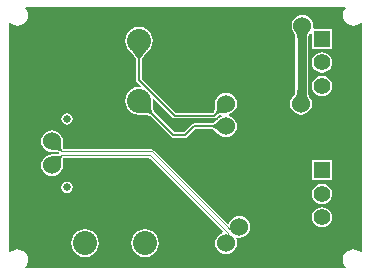
<source format=gbl>
G04*
G04 #@! TF.GenerationSoftware,Altium Limited,Altium Designer,22.0.2 (36)*
G04*
G04 Layer_Physical_Order=2*
G04 Layer_Color=16711680*
%FSLAX24Y24*%
%MOIN*%
G70*
G04*
G04 #@! TF.SameCoordinates,46051EB8-178F-4A71-8072-0C991FAB0142*
G04*
G04*
G04 #@! TF.FilePolarity,Positive*
G04*
G01*
G75*
%ADD10C,0.0060*%
%ADD34C,0.0300*%
%ADD36C,0.0040*%
%ADD37C,0.0800*%
%ADD38C,0.0600*%
%ADD39C,0.0551*%
%ADD40R,0.0551X0.0551*%
%ADD41C,0.0256*%
%ADD42O,0.0709X0.0394*%
%ADD43O,0.0827X0.0394*%
G36*
X11346Y8788D02*
X11298Y8725D01*
X11263Y8640D01*
X11251Y8550D01*
X11263Y8460D01*
X11298Y8375D01*
X11353Y8303D01*
X11425Y8248D01*
X11510Y8213D01*
X11600Y8201D01*
X11690Y8213D01*
X11775Y8248D01*
X11838Y8296D01*
X11888Y8282D01*
Y668D01*
X11838Y654D01*
X11775Y702D01*
X11690Y737D01*
X11600Y749D01*
X11510Y737D01*
X11425Y702D01*
X11353Y647D01*
X11298Y575D01*
X11263Y490D01*
X11251Y400D01*
X11263Y310D01*
X11298Y225D01*
X11349Y159D01*
X11337Y109D01*
X663D01*
X651Y159D01*
X702Y225D01*
X737Y310D01*
X749Y400D01*
X737Y490D01*
X702Y575D01*
X647Y647D01*
X575Y702D01*
X490Y737D01*
X400Y749D01*
X310Y737D01*
X225Y702D01*
X162Y654D01*
X112Y668D01*
Y8282D01*
X162Y8296D01*
X225Y8248D01*
X310Y8213D01*
X400Y8201D01*
X490Y8213D01*
X575Y8248D01*
X647Y8303D01*
X702Y8375D01*
X737Y8460D01*
X749Y8550D01*
X737Y8640D01*
X702Y8725D01*
X654Y8788D01*
X668Y8838D01*
X11332D01*
X11346Y8788D01*
D02*
G37*
%LPC*%
G36*
X9900Y8563D02*
X9806Y8551D01*
X9718Y8514D01*
X9643Y8457D01*
X9586Y8382D01*
X9549Y8294D01*
X9537Y8200D01*
X9549Y8106D01*
X9586Y8018D01*
X9618Y7976D01*
X9621Y7965D01*
X9629Y7955D01*
X9634Y7946D01*
X9639Y7934D01*
X9644Y7919D01*
X9649Y7902D01*
X9653Y7882D01*
X9656Y7860D01*
X9660Y7806D01*
X9660Y7775D01*
X9661Y7773D01*
Y6060D01*
X9661Y6059D01*
X9661Y6058D01*
Y6056D01*
X9660Y6054D01*
X9660Y6024D01*
X9658Y5997D01*
X9655Y5973D01*
X9651Y5951D01*
X9647Y5933D01*
X9641Y5917D01*
X9635Y5905D01*
X9629Y5895D01*
X9623Y5887D01*
X9614Y5878D01*
X9610Y5870D01*
X9593Y5857D01*
X9536Y5782D01*
X9499Y5694D01*
X9487Y5600D01*
X9499Y5506D01*
X9536Y5418D01*
X9593Y5343D01*
X9668Y5286D01*
X9756Y5249D01*
X9850Y5237D01*
X9944Y5249D01*
X10032Y5286D01*
X10107Y5343D01*
X10164Y5418D01*
X10201Y5506D01*
X10213Y5600D01*
X10201Y5694D01*
X10164Y5782D01*
X10132Y5824D01*
X10129Y5835D01*
X10122Y5845D01*
X10117Y5854D01*
X10111Y5865D01*
X10106Y5880D01*
X10102Y5897D01*
X10098Y5917D01*
X10095Y5939D01*
X10091Y5994D01*
X10090Y6024D01*
X10090Y6026D01*
Y7740D01*
X10090Y7741D01*
X10090Y7743D01*
Y7744D01*
X10090Y7746D01*
X10091Y7777D01*
X10093Y7804D01*
X10096Y7828D01*
X10100Y7849D01*
X10104Y7868D01*
X10110Y7883D01*
X10115Y7896D01*
X10121Y7906D01*
X10127Y7913D01*
X10137Y7922D01*
X10140Y7931D01*
X10157Y7943D01*
X10165Y7953D01*
X10215Y7936D01*
Y7426D01*
X10885D01*
Y8098D01*
X10299D01*
X10256Y8148D01*
X10263Y8200D01*
X10251Y8294D01*
X10214Y8382D01*
X10157Y8457D01*
X10082Y8514D01*
X9994Y8551D01*
X9900Y8563D01*
D02*
G37*
G36*
X10550Y7313D02*
X10462Y7302D01*
X10381Y7268D01*
X10311Y7214D01*
X10257Y7144D01*
X10223Y7063D01*
X10212Y6975D01*
X10223Y6887D01*
X10257Y6806D01*
X10311Y6736D01*
X10381Y6682D01*
X10462Y6648D01*
X10550Y6637D01*
X10638Y6648D01*
X10719Y6682D01*
X10789Y6736D01*
X10843Y6806D01*
X10877Y6887D01*
X10888Y6975D01*
X10877Y7063D01*
X10843Y7144D01*
X10789Y7214D01*
X10719Y7268D01*
X10638Y7302D01*
X10550Y7313D01*
D02*
G37*
G36*
X4450Y8164D02*
X4330Y8148D01*
X4218Y8102D01*
X4122Y8028D01*
X4048Y7932D01*
X4002Y7820D01*
X3986Y7700D01*
X4002Y7580D01*
X4048Y7468D01*
X4122Y7372D01*
X4122Y7372D01*
X4123Y7369D01*
X4212Y7278D01*
X4279Y7200D01*
X4304Y7166D01*
X4325Y7136D01*
X4339Y7109D01*
X4349Y7088D01*
X4354Y7071D01*
X4355Y7054D01*
X4358Y7049D01*
Y6400D01*
X4365Y6365D01*
X4385Y6335D01*
X4514Y6206D01*
X4491Y6159D01*
X4450Y6164D01*
X4330Y6148D01*
X4218Y6102D01*
X4122Y6028D01*
X4048Y5932D01*
X4002Y5820D01*
X3986Y5700D01*
X4002Y5580D01*
X4048Y5468D01*
X4122Y5372D01*
X4218Y5298D01*
X4330Y5252D01*
X4450Y5236D01*
X4451Y5236D01*
X4453Y5235D01*
X4580Y5233D01*
X4683Y5225D01*
X4725Y5220D01*
X4760Y5212D01*
X4789Y5204D01*
X4811Y5195D01*
X4826Y5187D01*
X4840Y5176D01*
X4845Y5175D01*
X5535Y4485D01*
X5565Y4465D01*
X5600Y4458D01*
X6000D01*
X6035Y4465D01*
X6065Y4485D01*
X6338Y4758D01*
X6860D01*
X6865Y4755D01*
X6878Y4754D01*
X6889Y4751D01*
X6905Y4745D01*
X6923Y4735D01*
X6945Y4721D01*
X6968Y4704D01*
X7057Y4627D01*
X7090Y4594D01*
X7095Y4592D01*
X7168Y4536D01*
X7256Y4499D01*
X7350Y4487D01*
X7444Y4499D01*
X7532Y4536D01*
X7607Y4593D01*
X7664Y4668D01*
X7701Y4756D01*
X7713Y4850D01*
X7701Y4944D01*
X7664Y5032D01*
X7607Y5107D01*
X7532Y5164D01*
X7454Y5196D01*
X7449Y5225D01*
X7454Y5254D01*
X7532Y5286D01*
X7607Y5343D01*
X7664Y5418D01*
X7701Y5506D01*
X7713Y5600D01*
X7701Y5694D01*
X7664Y5782D01*
X7607Y5857D01*
X7532Y5914D01*
X7444Y5951D01*
X7350Y5963D01*
X7256Y5951D01*
X7168Y5914D01*
X7093Y5857D01*
X7036Y5782D01*
X6999Y5694D01*
X6987Y5602D01*
X6985Y5597D01*
X6985Y5550D01*
X6984Y5508D01*
X6977Y5434D01*
X6973Y5405D01*
X6967Y5380D01*
X6961Y5359D01*
X6954Y5344D01*
X6949Y5334D01*
X6940Y5324D01*
X6938Y5318D01*
X6912Y5292D01*
X5688D01*
X4542Y6438D01*
Y7049D01*
X4545Y7054D01*
X4546Y7071D01*
X4551Y7088D01*
X4561Y7109D01*
X4575Y7136D01*
X4596Y7166D01*
X4620Y7199D01*
X4730Y7322D01*
X4776Y7368D01*
X4777Y7371D01*
X4778Y7372D01*
X4852Y7468D01*
X4898Y7580D01*
X4914Y7700D01*
X4898Y7820D01*
X4852Y7932D01*
X4778Y8028D01*
X4682Y8102D01*
X4570Y8148D01*
X4450Y8164D01*
D02*
G37*
G36*
X10550Y6525D02*
X10462Y6514D01*
X10381Y6480D01*
X10311Y6426D01*
X10257Y6356D01*
X10223Y6275D01*
X10212Y6187D01*
X10223Y6099D01*
X10257Y6018D01*
X10311Y5948D01*
X10381Y5894D01*
X10462Y5860D01*
X10550Y5849D01*
X10638Y5860D01*
X10719Y5894D01*
X10789Y5948D01*
X10843Y6018D01*
X10877Y6099D01*
X10888Y6187D01*
X10877Y6275D01*
X10843Y6356D01*
X10789Y6426D01*
X10719Y6480D01*
X10638Y6514D01*
X10550Y6525D01*
D02*
G37*
G36*
X2057Y5279D02*
X1984Y5265D01*
X1921Y5223D01*
X1880Y5161D01*
X1865Y5088D01*
X1880Y5014D01*
X1921Y4952D01*
X1984Y4911D01*
X2057Y4896D01*
X2130Y4911D01*
X2192Y4952D01*
X2234Y5014D01*
X2249Y5088D01*
X2234Y5161D01*
X2192Y5223D01*
X2130Y5265D01*
X2057Y5279D01*
D02*
G37*
G36*
X1550Y4713D02*
X1456Y4701D01*
X1368Y4664D01*
X1293Y4607D01*
X1236Y4532D01*
X1199Y4444D01*
X1187Y4350D01*
X1199Y4256D01*
X1236Y4168D01*
X1293Y4093D01*
X1368Y4036D01*
X1456Y3999D01*
X1550Y3987D01*
X1557Y3988D01*
X1563Y3985D01*
X1564Y3986D01*
X1565Y3985D01*
X1612Y3987D01*
X1653Y3987D01*
X1725Y3983D01*
X1753Y3979D01*
X1771Y3976D01*
X1775Y3950D01*
X1771Y3924D01*
X1753Y3921D01*
X1726Y3917D01*
X1611Y3913D01*
X1565Y3915D01*
X1564Y3914D01*
X1563Y3915D01*
X1557Y3912D01*
X1550Y3913D01*
X1456Y3901D01*
X1368Y3864D01*
X1293Y3807D01*
X1236Y3732D01*
X1199Y3644D01*
X1187Y3550D01*
X1199Y3456D01*
X1236Y3368D01*
X1293Y3293D01*
X1368Y3236D01*
X1456Y3199D01*
X1550Y3187D01*
X1644Y3199D01*
X1732Y3236D01*
X1807Y3293D01*
X1864Y3368D01*
X1901Y3456D01*
X1913Y3550D01*
X1912Y3557D01*
X1915Y3563D01*
X1914Y3564D01*
X1915Y3565D01*
X1913Y3612D01*
X1913Y3653D01*
X1917Y3725D01*
X1921Y3753D01*
X1926Y3778D01*
X1931Y3797D01*
X1934Y3803D01*
X4781D01*
X7238Y1347D01*
X7226Y1288D01*
X7168Y1264D01*
X7093Y1207D01*
X7036Y1132D01*
X6999Y1044D01*
X6987Y950D01*
X6999Y856D01*
X7036Y768D01*
X7093Y693D01*
X7168Y636D01*
X7256Y599D01*
X7350Y587D01*
X7444Y599D01*
X7532Y636D01*
X7607Y693D01*
X7664Y768D01*
X7701Y856D01*
X7713Y950D01*
X7701Y1044D01*
X7674Y1108D01*
X7696Y1136D01*
X7712Y1149D01*
X7800Y1137D01*
X7894Y1149D01*
X7982Y1186D01*
X8057Y1243D01*
X8114Y1318D01*
X8151Y1406D01*
X8163Y1500D01*
X8151Y1594D01*
X8114Y1682D01*
X8057Y1757D01*
X7982Y1814D01*
X7894Y1851D01*
X7800Y1863D01*
X7706Y1851D01*
X7618Y1814D01*
X7543Y1757D01*
X7486Y1682D01*
X7457Y1613D01*
X7403Y1596D01*
X4927Y4073D01*
X4900Y4090D01*
X4869Y4097D01*
X4869Y4097D01*
X1934D01*
X1931Y4103D01*
X1926Y4122D01*
X1921Y4147D01*
X1917Y4174D01*
X1913Y4289D01*
X1915Y4335D01*
X1914Y4336D01*
X1915Y4337D01*
X1912Y4343D01*
X1913Y4350D01*
X1901Y4444D01*
X1864Y4532D01*
X1807Y4607D01*
X1732Y4664D01*
X1644Y4701D01*
X1550Y4713D01*
D02*
G37*
G36*
X10885Y3722D02*
X10215D01*
Y3052D01*
X10885D01*
Y3722D01*
D02*
G37*
G36*
X2057Y3004D02*
X1984Y2989D01*
X1921Y2948D01*
X1880Y2886D01*
X1865Y2812D01*
X1880Y2739D01*
X1921Y2677D01*
X1984Y2635D01*
X2057Y2621D01*
X2130Y2635D01*
X2192Y2677D01*
X2234Y2739D01*
X2249Y2812D01*
X2234Y2886D01*
X2192Y2948D01*
X2130Y2989D01*
X2057Y3004D01*
D02*
G37*
G36*
X10550Y2938D02*
X10462Y2927D01*
X10381Y2893D01*
X10311Y2839D01*
X10257Y2769D01*
X10223Y2688D01*
X10212Y2600D01*
X10223Y2512D01*
X10257Y2431D01*
X10311Y2361D01*
X10381Y2307D01*
X10462Y2273D01*
X10550Y2262D01*
X10638Y2273D01*
X10719Y2307D01*
X10789Y2361D01*
X10843Y2431D01*
X10877Y2512D01*
X10888Y2600D01*
X10877Y2688D01*
X10843Y2769D01*
X10789Y2839D01*
X10719Y2893D01*
X10638Y2927D01*
X10550Y2938D01*
D02*
G37*
G36*
Y2150D02*
X10462Y2139D01*
X10381Y2105D01*
X10311Y2051D01*
X10257Y1981D01*
X10223Y1900D01*
X10212Y1812D01*
X10223Y1724D01*
X10257Y1643D01*
X10311Y1573D01*
X10381Y1519D01*
X10462Y1485D01*
X10550Y1474D01*
X10638Y1485D01*
X10719Y1519D01*
X10789Y1573D01*
X10843Y1643D01*
X10877Y1724D01*
X10888Y1812D01*
X10877Y1900D01*
X10843Y1981D01*
X10789Y2051D01*
X10719Y2105D01*
X10638Y2139D01*
X10550Y2150D01*
D02*
G37*
G36*
X4650Y1414D02*
X4530Y1398D01*
X4418Y1352D01*
X4322Y1278D01*
X4248Y1182D01*
X4202Y1070D01*
X4186Y950D01*
X4202Y830D01*
X4248Y718D01*
X4322Y622D01*
X4418Y548D01*
X4530Y502D01*
X4650Y486D01*
X4770Y502D01*
X4882Y548D01*
X4978Y622D01*
X5052Y718D01*
X5098Y830D01*
X5114Y950D01*
X5098Y1070D01*
X5052Y1182D01*
X4978Y1278D01*
X4882Y1352D01*
X4770Y1398D01*
X4650Y1414D01*
D02*
G37*
G36*
X2650D02*
X2530Y1398D01*
X2418Y1352D01*
X2322Y1278D01*
X2248Y1182D01*
X2202Y1070D01*
X2186Y950D01*
X2202Y830D01*
X2248Y718D01*
X2322Y622D01*
X2418Y548D01*
X2530Y502D01*
X2650Y486D01*
X2770Y502D01*
X2882Y548D01*
X2978Y622D01*
X3052Y718D01*
X3098Y830D01*
X3114Y950D01*
X3098Y1070D01*
X3052Y1182D01*
X2978Y1278D01*
X2882Y1352D01*
X2770Y1398D01*
X2650Y1414D01*
D02*
G37*
%LPD*%
G36*
X10092Y7969D02*
X10079Y7957D01*
X10068Y7943D01*
X10058Y7926D01*
X10049Y7907D01*
X10042Y7886D01*
X10036Y7863D01*
X10031Y7837D01*
X10028Y7810D01*
X10026Y7780D01*
X10025Y7747D01*
X9725Y7776D01*
X9725Y7808D01*
X9721Y7867D01*
X9717Y7893D01*
X9712Y7917D01*
X9707Y7938D01*
X9700Y7958D01*
X9692Y7975D01*
X9683Y7991D01*
X9673Y8004D01*
X10092Y7969D01*
D02*
G37*
G36*
X10025Y6023D02*
X10026Y5991D01*
X10030Y5933D01*
X10034Y5907D01*
X10038Y5883D01*
X10044Y5861D01*
X10051Y5842D01*
X10059Y5824D01*
X10068Y5809D01*
X10077Y5796D01*
X9659Y5831D01*
X9672Y5843D01*
X9683Y5858D01*
X9693Y5874D01*
X9701Y5893D01*
X9709Y5914D01*
X9715Y5937D01*
X9719Y5963D01*
X9723Y5991D01*
X9725Y6021D01*
X9725Y6053D01*
X10025Y6023D01*
D02*
G37*
G36*
X4683Y7367D02*
X4570Y7240D01*
X4543Y7204D01*
X4520Y7170D01*
X4502Y7138D01*
X4490Y7110D01*
X4482Y7084D01*
X4480Y7061D01*
X4420D01*
X4417Y7084D01*
X4410Y7110D01*
X4397Y7138D01*
X4380Y7170D01*
X4358Y7204D01*
X4330Y7240D01*
X4260Y7322D01*
X4170Y7414D01*
X4730D01*
X4683Y7367D01*
D02*
G37*
G36*
X7347Y5300D02*
X7298Y5300D01*
X7176Y5292D01*
X7142Y5286D01*
X7113Y5280D01*
X7087Y5272D01*
X7065Y5263D01*
X7047Y5252D01*
X7033Y5240D01*
X6990Y5283D01*
X7002Y5297D01*
X7013Y5315D01*
X7022Y5337D01*
X7030Y5363D01*
X7036Y5392D01*
X7042Y5426D01*
X7048Y5504D01*
X7050Y5548D01*
X7050Y5597D01*
X7347Y5300D01*
D02*
G37*
G36*
X4850Y5629D02*
X4860Y5460D01*
X4866Y5414D01*
X4875Y5374D01*
X4884Y5340D01*
X4896Y5311D01*
X4908Y5287D01*
X4923Y5269D01*
X4881Y5227D01*
X4863Y5242D01*
X4839Y5254D01*
X4810Y5266D01*
X4776Y5275D01*
X4736Y5284D01*
X4690Y5290D01*
X4583Y5298D01*
X4454Y5300D01*
X4850Y5696D01*
X4850Y5629D01*
D02*
G37*
G36*
X5585Y5135D02*
X5615Y5115D01*
X5650Y5108D01*
X6950D01*
X6985Y5115D01*
X7015Y5135D01*
X7068Y5189D01*
X7074Y5190D01*
X7084Y5199D01*
X7094Y5204D01*
X7109Y5211D01*
X7130Y5217D01*
X7155Y5223D01*
X7183Y5227D01*
X7190Y5228D01*
X7202Y5178D01*
X7168Y5164D01*
X7095Y5108D01*
X7090Y5106D01*
X7056Y5073D01*
X7026Y5044D01*
X6969Y4996D01*
X6945Y4979D01*
X6923Y4965D01*
X6905Y4955D01*
X6889Y4949D01*
X6878Y4946D01*
X6865Y4945D01*
X6860Y4942D01*
X6300D01*
X6265Y4935D01*
X6235Y4915D01*
X5962Y4642D01*
X5638D01*
X4975Y5305D01*
X4974Y5310D01*
X4963Y5324D01*
X4955Y5339D01*
X4946Y5361D01*
X4938Y5390D01*
X4931Y5425D01*
X4925Y5466D01*
X4915Y5631D01*
X4915Y5696D01*
X4914Y5699D01*
X4914Y5700D01*
X4909Y5741D01*
X4956Y5764D01*
X5585Y5135D01*
D02*
G37*
G36*
X7136Y4640D02*
X7101Y4674D01*
X7009Y4755D01*
X6981Y4775D01*
X6956Y4791D01*
X6932Y4804D01*
X6910Y4813D01*
X6890Y4818D01*
X6872Y4820D01*
Y4880D01*
X6890Y4882D01*
X6910Y4887D01*
X6932Y4896D01*
X6956Y4909D01*
X6981Y4925D01*
X7009Y4945D01*
X7069Y4995D01*
X7101Y5026D01*
X7136Y5060D01*
Y4640D01*
D02*
G37*
G36*
X1848Y4289D02*
X1852Y4169D01*
X1857Y4136D01*
X1862Y4107D01*
X1869Y4082D01*
X1878Y4061D01*
X1888Y4043D01*
X1899Y4029D01*
X1871Y4001D01*
X1857Y4012D01*
X1839Y4022D01*
X1818Y4031D01*
X1793Y4038D01*
X1764Y4043D01*
X1731Y4048D01*
X1655Y4052D01*
X1611Y4052D01*
X1563Y4050D01*
X1850Y4337D01*
X1848Y4289D01*
D02*
G37*
G36*
X1899Y3871D02*
X1888Y3857D01*
X1878Y3839D01*
X1869Y3818D01*
X1862Y3793D01*
X1857Y3764D01*
X1852Y3731D01*
X1848Y3655D01*
X1848Y3611D01*
X1850Y3563D01*
X1563Y3850D01*
X1611Y3848D01*
X1731Y3852D01*
X1764Y3857D01*
X1793Y3862D01*
X1818Y3869D01*
X1839Y3878D01*
X1857Y3888D01*
X1871Y3899D01*
X1899Y3871D01*
D02*
G37*
G36*
X7526Y1378D02*
X7523Y1384D01*
X7519Y1389D01*
X7515Y1394D01*
X7509Y1398D01*
X7503Y1401D01*
X7497Y1404D01*
X7490Y1406D01*
X7482Y1407D01*
X7473Y1408D01*
X7463Y1408D01*
Y1448D01*
X7471Y1449D01*
X7477Y1450D01*
X7483Y1451D01*
X7488Y1454D01*
X7492Y1457D01*
X7496Y1460D01*
X7498Y1464D01*
X7500Y1469D01*
X7501Y1475D01*
X7501Y1481D01*
X7526Y1378D01*
D02*
G37*
G36*
X7442Y1277D02*
X7443Y1268D01*
X7444Y1260D01*
X7446Y1253D01*
X7449Y1247D01*
X7452Y1241D01*
X7456Y1235D01*
X7461Y1231D01*
X7466Y1227D01*
X7472Y1224D01*
X7369Y1249D01*
X7375Y1249D01*
X7381Y1250D01*
X7386Y1252D01*
X7390Y1254D01*
X7393Y1258D01*
X7396Y1262D01*
X7399Y1267D01*
X7400Y1273D01*
X7401Y1279D01*
X7402Y1287D01*
X7442D01*
X7442Y1277D01*
D02*
G37*
D10*
X4450Y6400D02*
X5650Y5200D01*
X4450Y6400D02*
Y7700D01*
X5650Y5200D02*
X6950D01*
X7350Y5600D01*
X4450Y5700D02*
X5600Y4550D01*
X6000D01*
X6300Y4850D01*
X7350D01*
D34*
X9875Y5625D02*
Y8175D01*
X9850Y5600D02*
X9875Y5625D01*
Y8175D02*
X9900Y8200D01*
D36*
X7410Y1474D02*
X7418D01*
X4869Y4015D02*
X7410Y1474D01*
X7728Y1428D02*
X7800Y1500D01*
X7418Y1474D02*
X7463Y1428D01*
X7728D01*
X1885Y4015D02*
X4869D01*
X1550Y4350D02*
X1885Y4015D01*
X7365Y1344D02*
X7422Y1287D01*
X7356Y1344D02*
X7365D01*
X4815Y3885D02*
X7356Y1344D01*
X7350Y950D02*
X7422Y1022D01*
Y1287D01*
X1885Y3885D02*
X4815D01*
X1550Y3550D02*
X1885Y3885D01*
D37*
X4450Y7700D02*
D03*
Y5700D02*
D03*
X2650Y950D02*
D03*
X4650D02*
D03*
D38*
X9900Y8200D02*
D03*
X9850Y5600D02*
D03*
X7350Y4850D02*
D03*
Y5600D02*
D03*
Y950D02*
D03*
X7800Y1500D02*
D03*
X1550Y3550D02*
D03*
Y4350D02*
D03*
D39*
X10550Y1025D02*
D03*
Y1812D02*
D03*
Y2600D02*
D03*
Y5400D02*
D03*
Y6187D02*
D03*
Y6975D02*
D03*
D40*
Y3387D02*
D03*
Y7762D02*
D03*
D41*
X2057Y2812D02*
D03*
Y5088D02*
D03*
D42*
X620Y2249D02*
D03*
X620Y5651D02*
D03*
D43*
X2254Y2249D02*
D03*
X2254Y5651D02*
D03*
M02*

</source>
